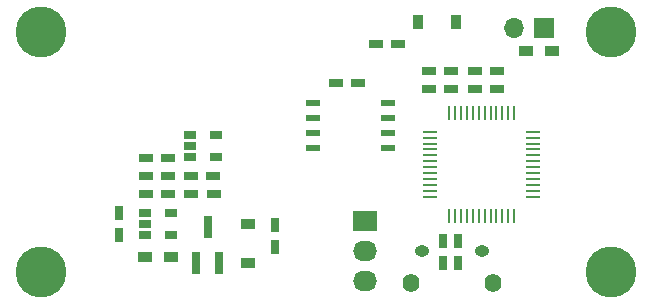
<source format=gbs>
G04 #@! TF.FileFunction,Soldermask,Bot*
%FSLAX46Y46*%
G04 Gerber Fmt 4.6, Leading zero omitted, Abs format (unit mm)*
G04 Created by KiCad (PCBNEW 4.0.6) date Fri Jul  7 23:07:04 2017*
%MOMM*%
%LPD*%
G01*
G04 APERTURE LIST*
%ADD10C,0.090000*%
%ADD11C,4.318000*%
%ADD12R,0.750000X1.200000*%
%ADD13R,1.200000X0.750000*%
%ADD14R,1.220000X0.910000*%
%ADD15R,0.910000X1.220000*%
%ADD16R,2.032000X1.727200*%
%ADD17O,2.032000X1.727200*%
%ADD18O,1.250000X0.950000*%
%ADD19O,1.422400X1.550000*%
%ADD20R,1.200000X0.900000*%
%ADD21R,1.060000X0.650000*%
%ADD22R,0.250000X1.300000*%
%ADD23R,1.300000X0.250000*%
%ADD24R,1.143000X0.508000*%
%ADD25R,1.700000X1.700000*%
%ADD26O,1.700000X1.700000*%
%ADD27R,0.800000X1.900000*%
G04 APERTURE END LIST*
D10*
D11*
X111760000Y-117475000D03*
X111760000Y-97155000D03*
X160020000Y-97155000D03*
D12*
X118364000Y-112461000D03*
X118364000Y-114361000D03*
D13*
X122550000Y-110871000D03*
X120650000Y-110871000D03*
X122550000Y-109347000D03*
X120650000Y-109347000D03*
X122550000Y-107823000D03*
X120650000Y-107823000D03*
X126360000Y-109347000D03*
X124460000Y-109347000D03*
X126365000Y-110871000D03*
X124465000Y-110871000D03*
X136718000Y-101473000D03*
X138618000Y-101473000D03*
X150368000Y-100457000D03*
X148468000Y-100457000D03*
X150368000Y-101981000D03*
X148468000Y-101981000D03*
D12*
X145796000Y-114808000D03*
X145796000Y-116708000D03*
X147066000Y-114808000D03*
X147066000Y-116708000D03*
D13*
X144592000Y-101981000D03*
X146492000Y-101981000D03*
X144592000Y-100457000D03*
X146492000Y-100457000D03*
D14*
X129286000Y-113427000D03*
X129286000Y-116697000D03*
D15*
X146923000Y-96266000D03*
X143653000Y-96266000D03*
D16*
X139192000Y-113157000D03*
D17*
X139192000Y-115697000D03*
X139192000Y-118237000D03*
D18*
X144057100Y-115658460D03*
X149057100Y-115658460D03*
D19*
X143057100Y-118358460D03*
X150057100Y-118358460D03*
D20*
X120566000Y-116205000D03*
X122766000Y-116205000D03*
X155041600Y-98755200D03*
X152841600Y-98755200D03*
D21*
X120566000Y-114361000D03*
X120566000Y-113411000D03*
X120566000Y-112461000D03*
X122766000Y-112461000D03*
X122766000Y-114361000D03*
X124376000Y-107757000D03*
X124376000Y-106807000D03*
X124376000Y-105857000D03*
X126576000Y-105857000D03*
X126576000Y-107757000D03*
D22*
X146316000Y-103981000D03*
X146816000Y-103981000D03*
X147316000Y-103981000D03*
X147816000Y-103981000D03*
X148316000Y-103981000D03*
X148816000Y-103981000D03*
X149316000Y-103981000D03*
X149816000Y-103981000D03*
X150316000Y-103981000D03*
X150816000Y-103981000D03*
X151316000Y-103981000D03*
X151816000Y-103981000D03*
D23*
X153416000Y-105581000D03*
X153416000Y-106081000D03*
X153416000Y-106581000D03*
X153416000Y-107081000D03*
X153416000Y-107581000D03*
X153416000Y-108081000D03*
X153416000Y-108581000D03*
X153416000Y-109081000D03*
X153416000Y-109581000D03*
X153416000Y-110081000D03*
X153416000Y-110581000D03*
X153416000Y-111081000D03*
D22*
X151816000Y-112681000D03*
X151316000Y-112681000D03*
X150816000Y-112681000D03*
X150316000Y-112681000D03*
X149816000Y-112681000D03*
X149316000Y-112681000D03*
X148816000Y-112681000D03*
X148316000Y-112681000D03*
X147816000Y-112681000D03*
X147316000Y-112681000D03*
X146816000Y-112681000D03*
X146316000Y-112681000D03*
D23*
X144716000Y-111081000D03*
X144716000Y-110581000D03*
X144716000Y-110081000D03*
X144716000Y-109581000D03*
X144716000Y-109081000D03*
X144716000Y-108581000D03*
X144716000Y-108081000D03*
X144716000Y-107581000D03*
X144716000Y-107081000D03*
X144716000Y-106581000D03*
X144716000Y-106081000D03*
X144716000Y-105581000D03*
D24*
X134747000Y-103124000D03*
X134747000Y-104394000D03*
X134747000Y-105664000D03*
X134747000Y-106934000D03*
X141097000Y-106934000D03*
X141097000Y-105664000D03*
X141097000Y-104394000D03*
X141097000Y-103124000D03*
D11*
X160020000Y-117475000D03*
D13*
X140081000Y-98171000D03*
X141981000Y-98171000D03*
D12*
X131572000Y-113477000D03*
X131572000Y-115377000D03*
D25*
X154330400Y-96774000D03*
D26*
X151790400Y-96774000D03*
D27*
X126807000Y-116665000D03*
X124907000Y-116665000D03*
X125857000Y-113665000D03*
M02*

</source>
